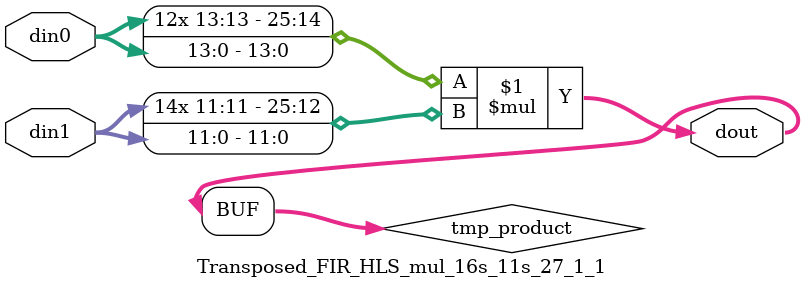
<source format=v>

`timescale 1 ns / 1 ps

 module Transposed_FIR_HLS_mul_16s_11s_27_1_1(din0, din1, dout);
parameter ID = 1;
parameter NUM_STAGE = 0;
parameter din0_WIDTH = 14;
parameter din1_WIDTH = 12;
parameter dout_WIDTH = 26;

input [din0_WIDTH - 1 : 0] din0; 
input [din1_WIDTH - 1 : 0] din1; 
output [dout_WIDTH - 1 : 0] dout;

wire signed [dout_WIDTH - 1 : 0] tmp_product;



























assign tmp_product = $signed(din0) * $signed(din1);








assign dout = tmp_product;





















endmodule

</source>
